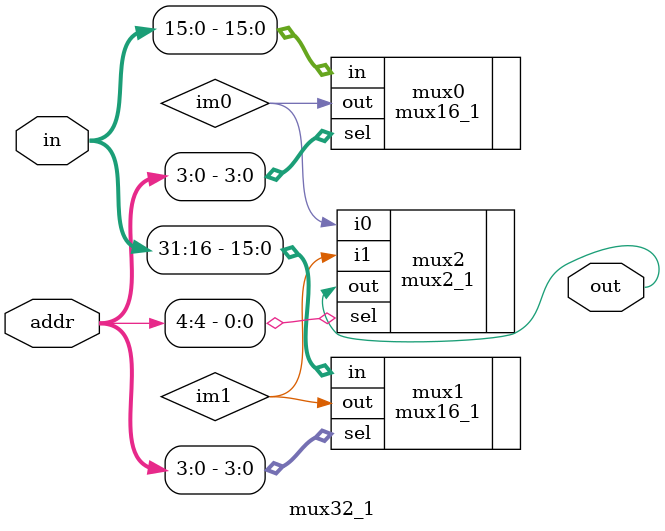
<source format=sv>

module mux32_1 (addr, in, out);

	
	//5bit addr line
	input logic [4:0] addr;
	
	//32 possible inputs
	input logic [31:0] in;
	
	
	//One 1bit output
	output logic out;
	
	wire im0, im1;
	
	
	mux16_1 mux0(.out(im0), .in(in[15:0]), .sel(addr[3:0]));
	mux16_1 mux1(.out(im1), .in(in[31:16]), .sel(addr[3:0]));
	
	mux2_1 mux2(.out(out), .i0(im0), .i1(im1), .sel(addr[4]));
	

endmodule 
</source>
